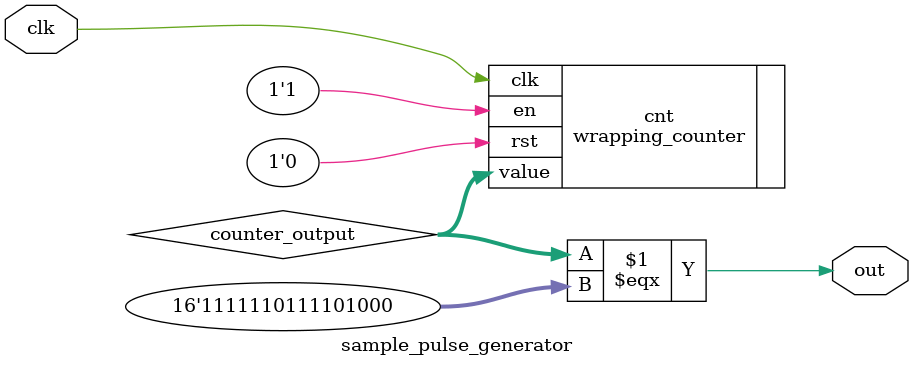
<source format=v>
module sample_pulse_generator(clk, out);
    parameter WIDTH = 16;
    parameter SAMPLE_CNT_MAX = 65000;
    input clk;
    output out;

    wire [WIDTH-1:0] counter_output;
    wrapping_counter #(.WIDTH(WIDTH), .SAMPLE_CNT_MAX(SAMPLE_CNT_MAX)) cnt(.clk(clk), .rst(1'b0), .en(1'b1), .value(counter_output));
    assign out = counter_output === SAMPLE_CNT_MAX;

endmodule
</source>
